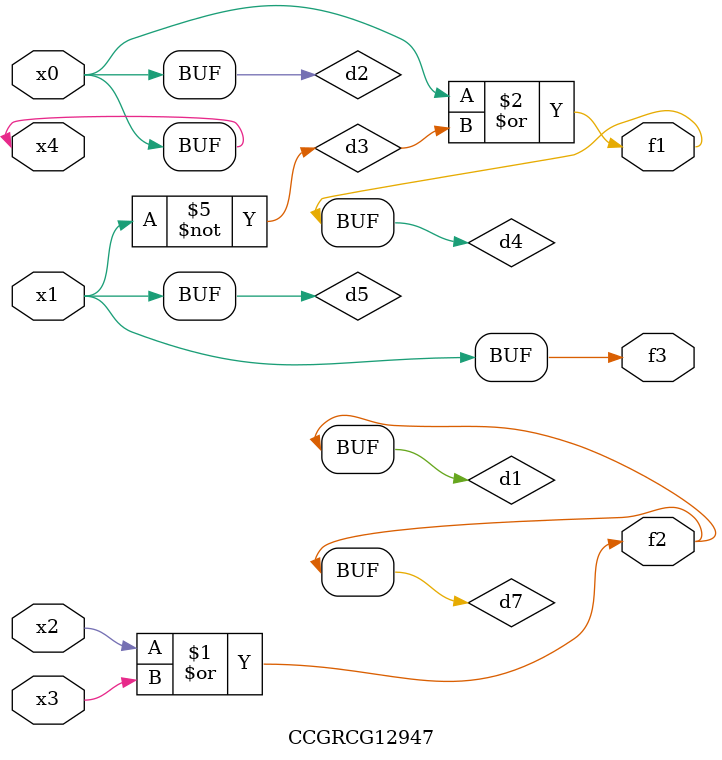
<source format=v>
module CCGRCG12947(
	input x0, x1, x2, x3, x4,
	output f1, f2, f3
);

	wire d1, d2, d3, d4, d5, d6, d7;

	or (d1, x2, x3);
	buf (d2, x0, x4);
	not (d3, x1);
	or (d4, d2, d3);
	not (d5, d3);
	nand (d6, d1, d3);
	or (d7, d1);
	assign f1 = d4;
	assign f2 = d7;
	assign f3 = d5;
endmodule

</source>
